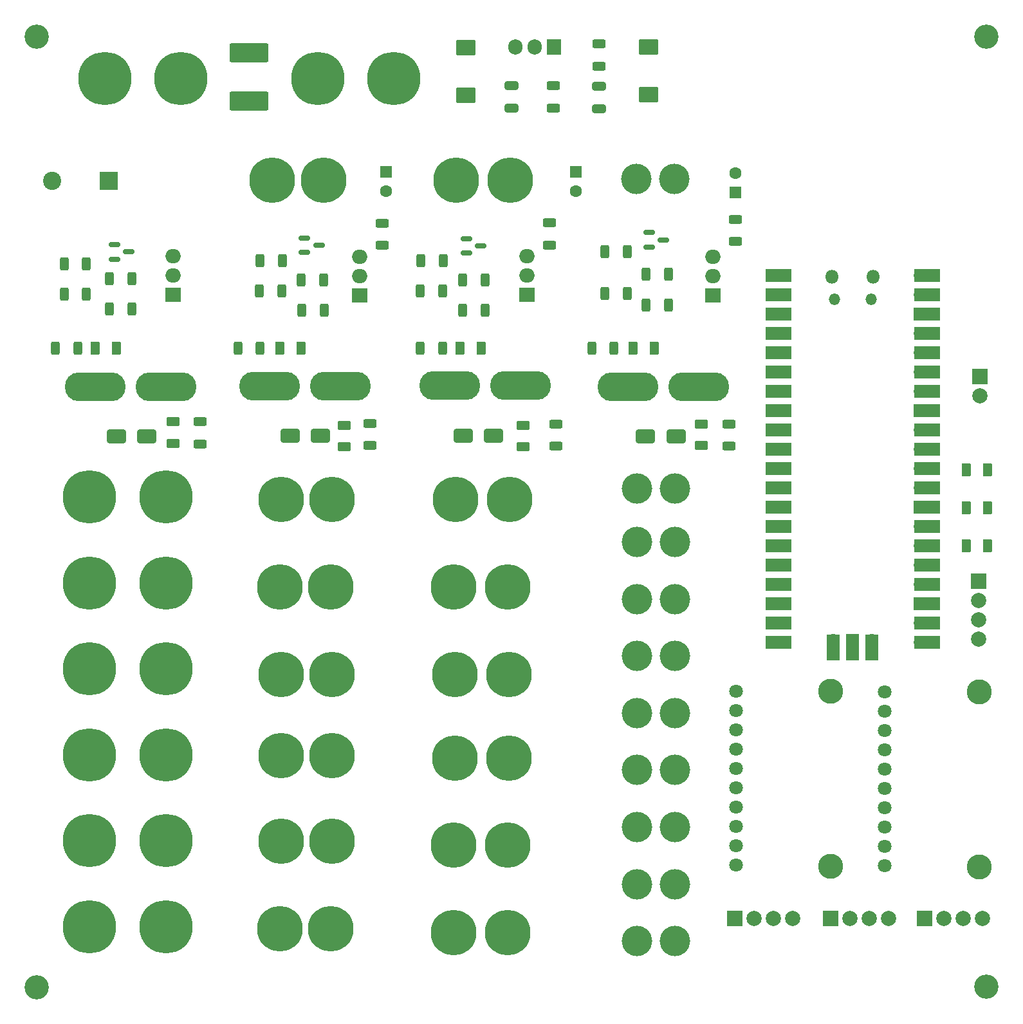
<source format=gbr>
%TF.GenerationSoftware,KiCad,Pcbnew,8.0.5*%
%TF.CreationDate,2024-11-01T15:38:32+01:00*%
%TF.ProjectId,PowerBoard,506f7765-7242-46f6-9172-642e6b696361,rev?*%
%TF.SameCoordinates,Original*%
%TF.FileFunction,Soldermask,Top*%
%TF.FilePolarity,Negative*%
%FSLAX46Y46*%
G04 Gerber Fmt 4.6, Leading zero omitted, Abs format (unit mm)*
G04 Created by KiCad (PCBNEW 8.0.5) date 2024-11-01 15:38:32*
%MOMM*%
%LPD*%
G01*
G04 APERTURE LIST*
G04 Aperture macros list*
%AMRoundRect*
0 Rectangle with rounded corners*
0 $1 Rounding radius*
0 $2 $3 $4 $5 $6 $7 $8 $9 X,Y pos of 4 corners*
0 Add a 4 corners polygon primitive as box body*
4,1,4,$2,$3,$4,$5,$6,$7,$8,$9,$2,$3,0*
0 Add four circle primitives for the rounded corners*
1,1,$1+$1,$2,$3*
1,1,$1+$1,$4,$5*
1,1,$1+$1,$6,$7*
1,1,$1+$1,$8,$9*
0 Add four rect primitives between the rounded corners*
20,1,$1+$1,$2,$3,$4,$5,0*
20,1,$1+$1,$4,$5,$6,$7,0*
20,1,$1+$1,$6,$7,$8,$9,0*
20,1,$1+$1,$8,$9,$2,$3,0*%
G04 Aperture macros list end*
%ADD10R,2.000000X2.000000*%
%ADD11C,2.000000*%
%ADD12RoundRect,0.250000X-0.312500X-0.625000X0.312500X-0.625000X0.312500X0.625000X-0.312500X0.625000X0*%
%ADD13C,7.000000*%
%ADD14C,3.200000*%
%ADD15RoundRect,0.250000X0.625000X-0.312500X0.625000X0.312500X-0.625000X0.312500X-0.625000X-0.312500X0*%
%ADD16C,4.000000*%
%ADD17RoundRect,0.250000X-0.375000X-0.625000X0.375000X-0.625000X0.375000X0.625000X-0.375000X0.625000X0*%
%ADD18RoundRect,0.250000X-0.625000X0.375000X-0.625000X-0.375000X0.625000X-0.375000X0.625000X0.375000X0*%
%ADD19RoundRect,0.150000X-0.587500X-0.150000X0.587500X-0.150000X0.587500X0.150000X-0.587500X0.150000X0*%
%ADD20R,1.600000X1.600000*%
%ADD21C,1.600000*%
%ADD22RoundRect,0.250000X-1.025000X0.787500X-1.025000X-0.787500X1.025000X-0.787500X1.025000X0.787500X0*%
%ADD23C,6.000000*%
%ADD24RoundRect,0.250000X2.325000X-0.987500X2.325000X0.987500X-2.325000X0.987500X-2.325000X-0.987500X0*%
%ADD25RoundRect,0.250000X-0.625000X0.312500X-0.625000X-0.312500X0.625000X-0.312500X0.625000X0.312500X0*%
%ADD26RoundRect,0.250000X-1.000000X-0.650000X1.000000X-0.650000X1.000000X0.650000X-1.000000X0.650000X0*%
%ADD27O,8.000000X3.800000*%
%ADD28R,2.000000X1.905000*%
%ADD29O,2.000000X1.905000*%
%ADD30RoundRect,0.250000X-0.650000X0.325000X-0.650000X-0.325000X0.650000X-0.325000X0.650000X0.325000X0*%
%ADD31RoundRect,0.250000X0.375000X0.625000X-0.375000X0.625000X-0.375000X-0.625000X0.375000X-0.625000X0*%
%ADD32C,3.300000*%
%ADD33C,1.800000*%
%ADD34R,2.400000X2.400000*%
%ADD35C,2.400000*%
%ADD36RoundRect,0.250000X0.312500X0.625000X-0.312500X0.625000X-0.312500X-0.625000X0.312500X-0.625000X0*%
%ADD37R,1.700000X3.500000*%
%ADD38O,1.700000X1.700000*%
%ADD39R,1.700000X1.700000*%
%ADD40R,3.500000X1.700000*%
%ADD41O,1.800000X1.800000*%
%ADD42O,1.500000X1.500000*%
%ADD43R,1.905000X2.000000*%
%ADD44O,1.905000X2.000000*%
G04 APERTURE END LIST*
D10*
%TO.C,SPI1*%
X207000000Y-104190000D03*
D11*
X207000000Y-106730000D03*
X207000000Y-109270000D03*
X207000000Y-111810000D03*
%TD*%
D10*
%TO.C,I2C1*%
X207150000Y-77225000D03*
D11*
X207150000Y-79765000D03*
%TD*%
D12*
%TO.C,R12*%
X86625000Y-66375000D03*
X89550000Y-66375000D03*
%TD*%
D13*
%TO.C,J5*%
X100000000Y-93100000D03*
X90000000Y-93100000D03*
%TD*%
D14*
%TO.C,H4*%
X208000000Y-32500000D03*
%TD*%
D15*
%TO.C,R38*%
X175000000Y-59462500D03*
X175000000Y-56537500D03*
%TD*%
D16*
%TO.C,J22*%
X167000000Y-92000000D03*
X162000000Y-92000000D03*
%TD*%
D17*
%TO.C,D13*%
X161500000Y-73500000D03*
X164300000Y-73500000D03*
%TD*%
D18*
%TO.C,D9*%
X101000000Y-83200000D03*
X101000000Y-86000000D03*
%TD*%
D19*
%TO.C,Q6*%
X139575000Y-59100000D03*
X139575000Y-61000000D03*
X141450000Y-60050000D03*
%TD*%
D16*
%TO.C,J29*%
X167000000Y-136500000D03*
X162000000Y-136500000D03*
%TD*%
D20*
%TO.C,C8*%
X129000000Y-50317621D03*
D21*
X129000000Y-52817621D03*
%TD*%
D22*
%TO.C,C3*%
X139500000Y-34000000D03*
X139500000Y-40225000D03*
%TD*%
D12*
%TO.C,R7*%
X117850000Y-64500000D03*
X120775000Y-64500000D03*
%TD*%
D23*
%TO.C,J19*%
X145150000Y-127400000D03*
X138050000Y-127400000D03*
%TD*%
D16*
%TO.C,J24*%
X167000000Y-106500000D03*
X162000000Y-106500000D03*
%TD*%
D13*
%TO.C,J28*%
X100000000Y-149600000D03*
X90000000Y-149600000D03*
%TD*%
D15*
%TO.C,R37*%
X128500000Y-60000000D03*
X128500000Y-57075000D03*
%TD*%
%TO.C,R34*%
X150500000Y-59925000D03*
X150500000Y-57000000D03*
%TD*%
D24*
%TO.C,D2*%
X111000000Y-41000000D03*
X111000000Y-34625000D03*
%TD*%
D25*
%TO.C,R10*%
X126850000Y-83375000D03*
X126850000Y-86300000D03*
%TD*%
%TO.C,R2*%
X104500000Y-83175000D03*
X104500000Y-86100000D03*
%TD*%
D26*
%TO.C,D6*%
X93500000Y-85100000D03*
X97500000Y-85100000D03*
%TD*%
D27*
%TO.C,F3*%
X146650000Y-78400000D03*
X137350000Y-78400000D03*
%TD*%
D17*
%TO.C,D11*%
X138700000Y-73500000D03*
X141500000Y-73500000D03*
%TD*%
D23*
%TO.C,J18*%
X145150000Y-116400000D03*
X138050000Y-116400000D03*
%TD*%
%TO.C,J10*%
X121900000Y-93400000D03*
X115200000Y-93400000D03*
%TD*%
D12*
%TO.C,R13*%
X133575000Y-62000000D03*
X136500000Y-62000000D03*
%TD*%
D17*
%TO.C,D7*%
X115000000Y-73500000D03*
X117800000Y-73500000D03*
%TD*%
D28*
%TO.C,Q7*%
X172000000Y-66540000D03*
D29*
X172000000Y-64000000D03*
X172000000Y-61460000D03*
%TD*%
D30*
%TO.C,C2*%
X157000000Y-39025000D03*
X157000000Y-41975000D03*
%TD*%
D10*
%TO.C,GND1*%
X174880000Y-148500000D03*
D11*
X177420000Y-148500000D03*
X179960000Y-148500000D03*
X182500000Y-148500000D03*
%TD*%
D19*
%TO.C,Q8*%
X163650000Y-58300000D03*
X163650000Y-60200000D03*
X165525000Y-59250000D03*
%TD*%
D31*
%TO.C,D16*%
X208180000Y-99500000D03*
X205380000Y-99500000D03*
%TD*%
D14*
%TO.C,H3*%
X208000000Y-157500000D03*
%TD*%
D23*
%TO.C,J13*%
X121900000Y-127100000D03*
X115200000Y-127100000D03*
%TD*%
D14*
%TO.C,H2*%
X83000000Y-157600000D03*
%TD*%
D13*
%TO.C,J8*%
X100000000Y-127000000D03*
X90000000Y-127000000D03*
%TD*%
D16*
%TO.C,J31*%
X167000000Y-151500000D03*
X162000000Y-151500000D03*
%TD*%
D32*
%TO.C,A2*%
X207073000Y-118705000D03*
X207073000Y-141742341D03*
D33*
X194627000Y-118705000D03*
X194627000Y-121245000D03*
X194627000Y-123785000D03*
X194627000Y-126325000D03*
X194627000Y-128865000D03*
X194627000Y-131405000D03*
X194627000Y-133945000D03*
X194627000Y-136485000D03*
X194627000Y-139025000D03*
X194627000Y-141565000D03*
%TD*%
D25*
%TO.C,R35*%
X151000000Y-39000000D03*
X151000000Y-41925000D03*
%TD*%
D16*
%TO.C,J25*%
X167000000Y-114000000D03*
X162000000Y-114000000D03*
%TD*%
%TO.C,J23*%
X167000000Y-99000000D03*
X162000000Y-99000000D03*
%TD*%
%TO.C,J4*%
X166900000Y-51200000D03*
X161900000Y-51200000D03*
%TD*%
D12*
%TO.C,R8*%
X117925000Y-68500000D03*
X120850000Y-68500000D03*
%TD*%
D34*
%TO.C,C5*%
X92512755Y-51500000D03*
D35*
X85012755Y-51500000D03*
%TD*%
D23*
%TO.C,J2*%
X120750000Y-51400000D03*
X114050000Y-51400000D03*
%TD*%
D19*
%TO.C,Q3*%
X93230000Y-59885000D03*
X93230000Y-61785000D03*
X95105000Y-60835000D03*
%TD*%
D28*
%TO.C,Q1*%
X101000000Y-66500000D03*
D29*
X101000000Y-63960000D03*
X101000000Y-61420000D03*
%TD*%
D36*
%TO.C,R17*%
X136425000Y-73500000D03*
X133500000Y-73500000D03*
%TD*%
D23*
%TO.C,J11*%
X121700000Y-104900000D03*
X115000000Y-104900000D03*
%TD*%
D27*
%TO.C,F2*%
X123000000Y-78500000D03*
X113700000Y-78500000D03*
%TD*%
D13*
%TO.C,J9*%
X100000000Y-138300000D03*
X90000000Y-138300000D03*
%TD*%
%TO.C,J32*%
X120000000Y-38000000D03*
X130000000Y-38000000D03*
%TD*%
D23*
%TO.C,J20*%
X145000000Y-138900000D03*
X137900000Y-138900000D03*
%TD*%
D18*
%TO.C,D14*%
X170500000Y-83500000D03*
X170500000Y-86300000D03*
%TD*%
D23*
%TO.C,J12*%
X121900000Y-116400000D03*
X115200000Y-116400000D03*
%TD*%
D26*
%TO.C,D4*%
X163150000Y-85100000D03*
X167150000Y-85100000D03*
%TD*%
D36*
%TO.C,R1*%
X88425000Y-73500000D03*
X85500000Y-73500000D03*
%TD*%
D16*
%TO.C,J27*%
X167000000Y-129000000D03*
X162000000Y-129000000D03*
%TD*%
D22*
%TO.C,C4*%
X163500000Y-33887500D03*
X163500000Y-40112500D03*
%TD*%
D13*
%TO.C,J1*%
X102000000Y-38000000D03*
X92000000Y-38000000D03*
%TD*%
D37*
%TO.C,U1*%
X192930000Y-112870000D03*
D38*
X192930000Y-111970000D03*
D37*
X190390000Y-112870000D03*
D39*
X190390000Y-111970000D03*
D37*
X187850000Y-112870000D03*
D38*
X187850000Y-111970000D03*
D40*
X200180000Y-63940000D03*
D38*
X199280000Y-63940000D03*
D40*
X200180000Y-66480000D03*
D38*
X199280000Y-66480000D03*
D40*
X200180000Y-69020000D03*
D39*
X199280000Y-69020000D03*
D40*
X200180000Y-71560000D03*
D38*
X199280000Y-71560000D03*
D40*
X200180000Y-74100000D03*
D38*
X199280000Y-74100000D03*
D40*
X200180000Y-76640000D03*
D38*
X199280000Y-76640000D03*
D40*
X200180000Y-79180000D03*
D38*
X199280000Y-79180000D03*
D40*
X200180000Y-81720000D03*
D39*
X199280000Y-81720000D03*
D40*
X200180000Y-84260000D03*
D38*
X199280000Y-84260000D03*
D40*
X200180000Y-86800000D03*
D38*
X199280000Y-86800000D03*
D40*
X200180000Y-89340000D03*
D38*
X199280000Y-89340000D03*
D40*
X200180000Y-91880000D03*
D38*
X199280000Y-91880000D03*
D40*
X200180000Y-94420000D03*
D39*
X199280000Y-94420000D03*
D40*
X200180000Y-96960000D03*
D38*
X199280000Y-96960000D03*
D40*
X200180000Y-99500000D03*
D38*
X199280000Y-99500000D03*
D40*
X200180000Y-102040000D03*
D38*
X199280000Y-102040000D03*
D40*
X200180000Y-104580000D03*
D38*
X199280000Y-104580000D03*
D40*
X200180000Y-107120000D03*
D39*
X199280000Y-107120000D03*
D40*
X200180000Y-109660000D03*
D38*
X199280000Y-109660000D03*
D40*
X200180000Y-112200000D03*
D38*
X199280000Y-112200000D03*
D40*
X180600000Y-112200000D03*
D38*
X181500000Y-112200000D03*
D40*
X180600000Y-109660000D03*
D38*
X181500000Y-109660000D03*
D40*
X180600000Y-107120000D03*
D39*
X181500000Y-107120000D03*
D40*
X180600000Y-104580000D03*
D38*
X181500000Y-104580000D03*
D40*
X180600000Y-102040000D03*
D38*
X181500000Y-102040000D03*
D40*
X180600000Y-99500000D03*
D38*
X181500000Y-99500000D03*
D40*
X180600000Y-96960000D03*
D38*
X181500000Y-96960000D03*
D40*
X180600000Y-94420000D03*
D39*
X181500000Y-94420000D03*
D40*
X180600000Y-91880000D03*
D38*
X181500000Y-91880000D03*
D40*
X180600000Y-89340000D03*
D38*
X181500000Y-89340000D03*
D40*
X180600000Y-86800000D03*
D38*
X181500000Y-86800000D03*
D40*
X180600000Y-84260000D03*
D38*
X181500000Y-84260000D03*
D40*
X180600000Y-81720000D03*
D39*
X181500000Y-81720000D03*
D40*
X180600000Y-79180000D03*
D38*
X181500000Y-79180000D03*
D40*
X180600000Y-76640000D03*
D38*
X181500000Y-76640000D03*
D40*
X180600000Y-74100000D03*
D38*
X181500000Y-74100000D03*
D40*
X180600000Y-71560000D03*
D38*
X181500000Y-71560000D03*
D40*
X180600000Y-69020000D03*
D39*
X181500000Y-69020000D03*
D40*
X180600000Y-66480000D03*
D38*
X181500000Y-66480000D03*
D40*
X180600000Y-63940000D03*
D38*
X181500000Y-63940000D03*
D41*
X193115000Y-64070000D03*
D42*
X192815000Y-67100000D03*
X187965000Y-67100000D03*
D41*
X187665000Y-64070000D03*
%TD*%
D26*
%TO.C,D5*%
X116350000Y-85000000D03*
X120350000Y-85000000D03*
%TD*%
D19*
%TO.C,Q4*%
X118275000Y-59000000D03*
X118275000Y-60900000D03*
X120150000Y-59950000D03*
%TD*%
D16*
%TO.C,J30*%
X167000000Y-144000000D03*
X162000000Y-144000000D03*
%TD*%
D12*
%TO.C,R3*%
X112425000Y-62000000D03*
X115350000Y-62000000D03*
%TD*%
D23*
%TO.C,J3*%
X145300000Y-51400000D03*
X138200000Y-51400000D03*
%TD*%
D20*
%TO.C,C6*%
X154000000Y-50317621D03*
D21*
X154000000Y-52817621D03*
%TD*%
D36*
%TO.C,R6*%
X95550000Y-64335000D03*
X92625000Y-64335000D03*
%TD*%
D12*
%TO.C,R19*%
X157800000Y-60800000D03*
X160725000Y-60800000D03*
%TD*%
D14*
%TO.C,H1*%
X83000000Y-32500000D03*
%TD*%
D36*
%TO.C,R9*%
X112425000Y-73500000D03*
X109500000Y-73500000D03*
%TD*%
D23*
%TO.C,J14*%
X121900000Y-138400000D03*
X115200000Y-138400000D03*
%TD*%
%TO.C,J17*%
X145000000Y-104900000D03*
X137900000Y-104900000D03*
%TD*%
D27*
%TO.C,F1*%
X100000000Y-78600000D03*
X90700000Y-78600000D03*
%TD*%
D12*
%TO.C,R16*%
X139075000Y-68500000D03*
X142000000Y-68500000D03*
%TD*%
D31*
%TO.C,D1*%
X208180000Y-89500000D03*
X205380000Y-89500000D03*
%TD*%
D28*
%TO.C,Q5*%
X147500000Y-66500000D03*
D29*
X147500000Y-63960000D03*
X147500000Y-61420000D03*
%TD*%
D13*
%TO.C,J6*%
X100000000Y-104400000D03*
X90000000Y-104400000D03*
%TD*%
D12*
%TO.C,R14*%
X133500000Y-66000000D03*
X136425000Y-66000000D03*
%TD*%
%TO.C,R21*%
X163225000Y-63800000D03*
X166150000Y-63800000D03*
%TD*%
%TO.C,R5*%
X92625000Y-68335000D03*
X95550000Y-68335000D03*
%TD*%
D28*
%TO.C,Q2*%
X125500000Y-66540000D03*
D29*
X125500000Y-64000000D03*
X125500000Y-61460000D03*
%TD*%
D30*
%TO.C,C1*%
X145500000Y-39000000D03*
X145500000Y-41950000D03*
%TD*%
D26*
%TO.C,D3*%
X139150000Y-85000000D03*
X143150000Y-85000000D03*
%TD*%
D17*
%TO.C,D8*%
X90700000Y-73500000D03*
X93500000Y-73500000D03*
%TD*%
D23*
%TO.C,J16*%
X145250000Y-93400000D03*
X138150000Y-93400000D03*
%TD*%
%TO.C,J21*%
X145000000Y-150400000D03*
X137900000Y-150400000D03*
%TD*%
D12*
%TO.C,R20*%
X157800000Y-66300000D03*
X160725000Y-66300000D03*
%TD*%
D25*
%TO.C,R24*%
X174150000Y-83475000D03*
X174150000Y-86400000D03*
%TD*%
D43*
%TO.C,U2*%
X151080000Y-33887500D03*
D44*
X148540000Y-33887500D03*
X146000000Y-33887500D03*
%TD*%
D15*
%TO.C,R36*%
X157000000Y-36425000D03*
X157000000Y-33500000D03*
%TD*%
D12*
%TO.C,R22*%
X163225000Y-67800000D03*
X166150000Y-67800000D03*
%TD*%
D18*
%TO.C,D12*%
X147000000Y-83700000D03*
X147000000Y-86500000D03*
%TD*%
D23*
%TO.C,J15*%
X121700000Y-149900000D03*
X115000000Y-149900000D03*
%TD*%
D16*
%TO.C,J26*%
X167000000Y-121500000D03*
X162000000Y-121500000D03*
%TD*%
D27*
%TO.C,F4*%
X170150000Y-78600000D03*
X160850000Y-78600000D03*
%TD*%
D10*
%TO.C,VCC1*%
X187460000Y-148500000D03*
D11*
X190000000Y-148500000D03*
X192540000Y-148500000D03*
X195080000Y-148500000D03*
%TD*%
D31*
%TO.C,D15*%
X208180000Y-94500000D03*
X205380000Y-94500000D03*
%TD*%
D18*
%TO.C,D10*%
X123500000Y-83700000D03*
X123500000Y-86500000D03*
%TD*%
D12*
%TO.C,R15*%
X139075000Y-64500000D03*
X142000000Y-64500000D03*
%TD*%
%TO.C,R11*%
X86625000Y-62375000D03*
X89550000Y-62375000D03*
%TD*%
D36*
%TO.C,R23*%
X159000000Y-73500000D03*
X156075000Y-73500000D03*
%TD*%
D12*
%TO.C,R4*%
X112350000Y-66000000D03*
X115275000Y-66000000D03*
%TD*%
D25*
%TO.C,R18*%
X151350000Y-83475000D03*
X151350000Y-86400000D03*
%TD*%
D20*
%TO.C,C7*%
X175000000Y-53000000D03*
D21*
X175000000Y-50500000D03*
%TD*%
D10*
%TO.C,ADC1*%
X199880000Y-148500000D03*
D11*
X202420000Y-148500000D03*
X204960000Y-148500000D03*
X207500000Y-148500000D03*
%TD*%
D13*
%TO.C,J7*%
X100000000Y-115700000D03*
X90000000Y-115700000D03*
%TD*%
D32*
%TO.C,A1*%
X187500000Y-118640000D03*
X187500000Y-141677341D03*
D33*
X175054000Y-118640000D03*
X175054000Y-121180000D03*
X175054000Y-123720000D03*
X175054000Y-126260000D03*
X175054000Y-128800000D03*
X175054000Y-131340000D03*
X175054000Y-133880000D03*
X175054000Y-136420000D03*
X175054000Y-138960000D03*
X175054000Y-141500000D03*
%TD*%
M02*

</source>
